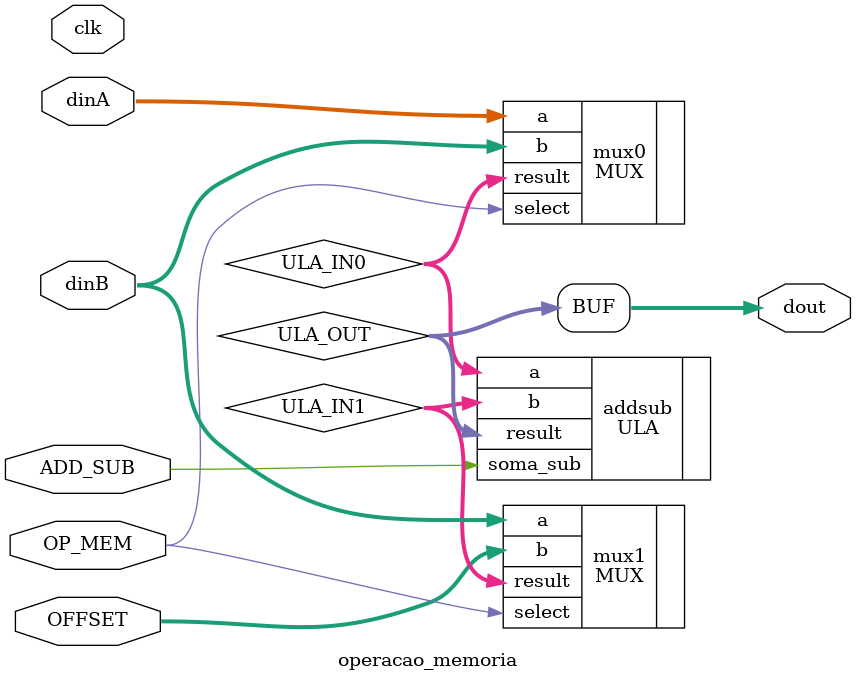
<source format=v>
module operacao_memoria(
    input [63:0] dinA,
    input [63:0] dinB,
    input [63:0] OFFSET,
    input OP_MEM,
    input clk,
    input ADD_SUB,
    output [63:0] dout
);

assign dout = ULA_OUT;

wire [63:0] ULA_IN0,ULA_IN1; //saida da ULA para OPERAÇÃO e MEMORIA, respectivamente
wire [63:0] ULA_OUT;

MUX mux0(.a(dinA),.b(dinB),.select(OP_MEM),.result(ULA_IN0));
MUX mux1(.a(dinB),.b(OFFSET),.select(OP_MEM),.result(ULA_IN1));

ULA addsub(.a(ULA_IN0),.b(ULA_IN1),.soma_sub(ADD_SUB),.result(ULA_OUT));







endmodule
</source>
